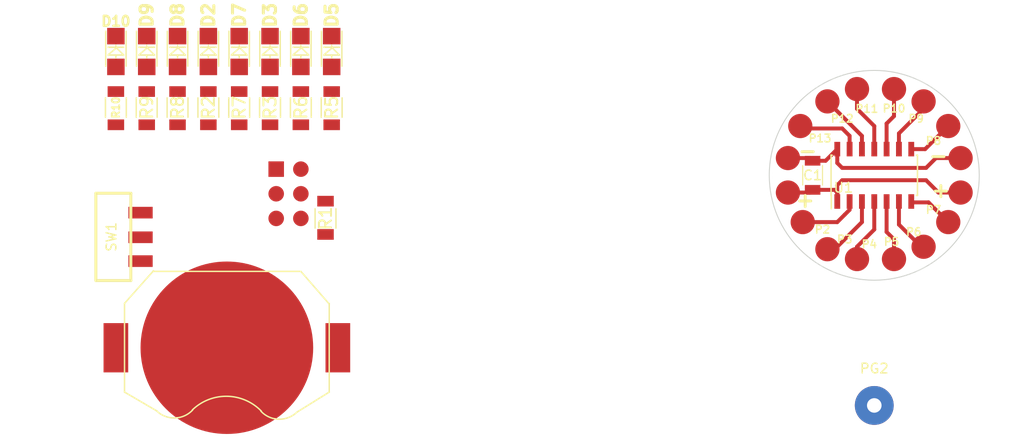
<source format=kicad_pcb>
(kicad_pcb (version 4) (host pcbnew 4.0.6)

  (general
    (links 54)
    (no_connects 36)
    (area 136.454847 76.764847 158.185153 98.495153)
    (thickness 1.6)
    (drawings 15)
    (tracks 55)
    (zones 0)
    (modules 39)
    (nets 26)
  )

  (page USLetter)
  (layers
    (0 F.Cu signal)
    (31 B.Cu signal)
    (34 B.Paste user)
    (35 F.Paste user)
    (36 B.SilkS user)
    (37 F.SilkS user)
    (38 B.Mask user)
    (39 F.Mask user)
    (40 Dwgs.User user)
    (44 Edge.Cuts user)
    (46 B.CrtYd user)
  )

  (setup
    (last_trace_width 0.4064)
    (user_trace_width 0.2032)
    (user_trace_width 0.254)
    (user_trace_width 0.3048)
    (user_trace_width 0.4064)
    (user_trace_width 0.6096)
    (user_trace_width 2.032)
    (trace_clearance 0.1524)
    (zone_clearance 0.35)
    (zone_45_only no)
    (trace_min 0.1524)
    (segment_width 0.4)
    (edge_width 0.1)
    (via_size 0.6858)
    (via_drill 0.3302)
    (via_min_size 0.6858)
    (via_min_drill 0.3302)
    (user_via 1 0.5)
    (uvia_size 0.762)
    (uvia_drill 0.508)
    (uvias_allowed no)
    (uvia_min_size 0.508)
    (uvia_min_drill 0.127)
    (pcb_text_width 0.3)
    (pcb_text_size 1.5 1.5)
    (mod_edge_width 0.15)
    (mod_text_size 1 1)
    (mod_text_width 0.15)
    (pad_size 3 3)
    (pad_drill 0)
    (pad_to_mask_clearance 0)
    (aux_axis_origin 0 0)
    (grid_origin 210.82 95.25)
    (visible_elements 7FFFFFFF)
    (pcbplotparams
      (layerselection 0x010f0_80000000)
      (usegerberextensions true)
      (excludeedgelayer true)
      (linewidth 0.100000)
      (plotframeref false)
      (viasonmask false)
      (mode 1)
      (useauxorigin false)
      (hpglpennumber 1)
      (hpglpenspeed 20)
      (hpglpendiameter 15)
      (hpglpenoverlay 2)
      (psnegative false)
      (psa4output false)
      (plotreference true)
      (plotvalue true)
      (plotinvisibletext false)
      (padsonsilk false)
      (subtractmaskfromsilk false)
      (outputformat 1)
      (mirror false)
      (drillshape 0)
      (scaleselection 1)
      (outputdirectory gerbers/))
  )

  (net 0 "")
  (net 1 GND)
  (net 2 +BATT)
  (net 3 "Net-(BT1-Pad1)")
  (net 4 /RESET)
  (net 5 "Net-(D8-Pad2)")
  (net 6 "Net-(D5-Pad2)")
  (net 7 "Net-(D6-Pad2)")
  (net 8 "Net-(SW1-Pad2)")
  (net 9 "Net-(D7-Pad2)")
  (net 10 "Net-(D2-Pad2)")
  (net 11 "Net-(CON1-Pad2)")
  (net 12 "Net-(D3-Pad2)")
  (net 13 "Net-(D9-Pad2)")
  (net 14 "Net-(D10-Pad2)")
  (net 15 /D2)
  (net 16 /D3)
  (net 17 /D7)
  (net 18 /D8)
  (net 19 /D9)
  (net 20 /D10)
  (net 21 /D0)
  (net 22 /D1)
  (net 23 /D5-MISO)
  (net 24 /D6-SCK)
  (net 25 /D4-MOSI)

  (net_class Default "This is the default net class."
    (clearance 0.1524)
    (trace_width 0.1524)
    (via_dia 0.6858)
    (via_drill 0.3302)
    (uvia_dia 0.762)
    (uvia_drill 0.508)
    (add_net +BATT)
    (add_net /D0)
    (add_net /D1)
    (add_net /D10)
    (add_net /D2)
    (add_net /D3)
    (add_net /D4-MOSI)
    (add_net /D5-MISO)
    (add_net /D6-SCK)
    (add_net /D7)
    (add_net /D8)
    (add_net /D9)
    (add_net /RESET)
    (add_net GND)
    (add_net "Net-(BT1-Pad1)")
    (add_net "Net-(CON1-Pad2)")
    (add_net "Net-(D10-Pad2)")
    (add_net "Net-(D2-Pad2)")
    (add_net "Net-(D3-Pad2)")
    (add_net "Net-(D5-Pad2)")
    (add_net "Net-(D6-Pad2)")
    (add_net "Net-(D7-Pad2)")
    (add_net "Net-(D8-Pad2)")
    (add_net "Net-(D9-Pad2)")
    (add_net "Net-(SW1-Pad2)")
  )

  (module footprints:BATT_CR2032_SMD (layer F.Cu) (tedit 56CFB5D2) (tstamp 5C62159D)
    (at 80.645 105.41)
    (tags battery)
    (path /56CFA61E)
    (fp_text reference BT1 (at 0 5.08) (layer F.SilkS) hide
      (effects (font (size 1.72974 1.08712) (thickness 0.27178)))
    )
    (fp_text value Battery (at 0 -2.54) (layer F.SilkS) hide
      (effects (font (size 1.524 1.016) (thickness 0.254)))
    )
    (fp_line (start -7.1755 6.5405) (end -10.541 4.572) (layer F.SilkS) (width 0.15))
    (fp_line (start 7.1755 6.6675) (end 10.541 4.572) (layer F.SilkS) (width 0.15))
    (fp_arc (start -5.4229 4.6355) (end -3.5179 6.4135) (angle 90) (layer F.SilkS) (width 0.15))
    (fp_arc (start 5.4102 4.7625) (end 7.1882 6.6675) (angle 90) (layer F.SilkS) (width 0.15))
    (fp_arc (start -0.0635 10.033) (end -3.556 6.4135) (angle 90) (layer F.SilkS) (width 0.15))
    (fp_line (start 7.62 -7.874) (end 10.541 -4.5085) (layer F.SilkS) (width 0.15))
    (fp_line (start -10.541 -4.572) (end -7.5565 -7.9375) (layer F.SilkS) (width 0.15))
    (fp_line (start -7.62 -7.874) (end 7.62 -7.874) (layer F.SilkS) (width 0.15))
    (fp_line (start -10.541 4.572) (end -10.541 -4.572) (layer F.SilkS) (width 0.15))
    (fp_line (start 10.541 4.572) (end 10.541 -4.572) (layer F.SilkS) (width 0.15))
    (fp_circle (center 0 0) (end -10.16 0) (layer Dwgs.User) (width 0.15))
    (pad 2 smd circle (at 0 0) (size 17.78 17.78) (layers F.Cu F.Paste F.Mask)
      (net 1 GND))
    (pad 1 smd rect (at -11.43 0) (size 2.54 5.08) (layers F.Cu F.Paste F.Mask)
      (net 3 "Net-(BT1-Pad1)"))
    (pad 1 smd rect (at 11.43 0) (size 2.54 5.08) (layers F.Cu F.Paste F.Mask)
      (net 3 "Net-(BT1-Pad1)"))
  )

  (module footprints:SOIC-14_3.9x8.7mm_Pitch1.27mm (layer F.Cu) (tedit 5C8AB85A) (tstamp 5C62106F)
    (at 147.32 87.63 90)
    (descr "14-Lead Plastic Small Outline (SL) - Narrow, 3.90 mm Body [SOIC] (see Microchip Packaging Specification 00000049BS.pdf)")
    (tags "SOIC 1.27")
    (path /5B62CA43)
    (attr smd)
    (fp_text reference U1 (at -1.27 -3.175 360) (layer F.SilkS)
      (effects (font (size 1 1) (thickness 0.15)))
    )
    (fp_text value ATTINY84A-SSU (at 0 5.375 90) (layer F.Fab)
      (effects (font (size 1 1) (thickness 0.15)))
    )
    (fp_text user %R (at 0 0 90) (layer F.Fab)
      (effects (font (size 0.9 0.9) (thickness 0.135)))
    )
    (fp_line (start -0.95 -4.35) (end 1.95 -4.35) (layer F.Fab) (width 0.15))
    (fp_line (start 1.95 -4.35) (end 1.95 4.35) (layer F.Fab) (width 0.15))
    (fp_line (start 1.95 4.35) (end -1.95 4.35) (layer F.Fab) (width 0.15))
    (fp_line (start -1.95 4.35) (end -1.95 -3.35) (layer F.Fab) (width 0.15))
    (fp_line (start -1.95 -3.35) (end -0.95 -4.35) (layer F.Fab) (width 0.15))
    (fp_line (start -3.7 -4.65) (end -3.7 4.65) (layer F.CrtYd) (width 0.05))
    (fp_line (start 3.7 -4.65) (end 3.7 4.65) (layer F.CrtYd) (width 0.05))
    (fp_line (start -3.7 -4.65) (end 3.7 -4.65) (layer F.CrtYd) (width 0.05))
    (fp_line (start -3.7 4.65) (end 3.7 4.65) (layer F.CrtYd) (width 0.05))
    (fp_line (start -2.075 -4.45) (end -2.075 -4.425) (layer F.SilkS) (width 0.15))
    (fp_line (start 2.075 -4.45) (end 2.075 -4.335) (layer F.SilkS) (width 0.15))
    (fp_line (start 2.075 4.45) (end 2.075 4.335) (layer F.SilkS) (width 0.15))
    (fp_line (start -2.075 4.45) (end -2.075 4.335) (layer F.SilkS) (width 0.15))
    (fp_line (start -2.075 -4.45) (end 2.075 -4.45) (layer F.SilkS) (width 0.15))
    (fp_line (start -2.075 4.45) (end 2.075 4.45) (layer F.SilkS) (width 0.15))
    (fp_line (start -2.075 -4.425) (end -3.45 -4.425) (layer F.SilkS) (width 0.15))
    (pad 1 smd rect (at -2.7 -3.81 90) (size 1.5 0.6) (layers F.Cu F.Paste F.Mask)
      (net 2 +BATT))
    (pad 2 smd rect (at -2.7 -2.54 90) (size 1.5 0.6) (layers F.Cu F.Paste F.Mask)
      (net 21 /D0))
    (pad 3 smd rect (at -2.7 -1.27 90) (size 1.5 0.6) (layers F.Cu F.Paste F.Mask)
      (net 22 /D1))
    (pad 4 smd rect (at -2.7 0 90) (size 1.5 0.6) (layers F.Cu F.Paste F.Mask)
      (net 4 /RESET))
    (pad 5 smd rect (at -2.7 1.27 90) (size 1.5 0.6) (layers F.Cu F.Paste F.Mask)
      (net 15 /D2))
    (pad 6 smd rect (at -2.7 2.54 90) (size 1.5 0.6) (layers F.Cu F.Paste F.Mask)
      (net 16 /D3))
    (pad 7 smd rect (at -2.7 3.81 90) (size 1.5 0.6) (layers F.Cu F.Paste F.Mask)
      (net 25 /D4-MOSI))
    (pad 8 smd rect (at 2.7 3.81 90) (size 1.5 0.6) (layers F.Cu F.Paste F.Mask)
      (net 23 /D5-MISO))
    (pad 9 smd rect (at 2.7 2.54 90) (size 1.5 0.6) (layers F.Cu F.Paste F.Mask)
      (net 24 /D6-SCK))
    (pad 10 smd rect (at 2.7 1.27 90) (size 1.5 0.6) (layers F.Cu F.Paste F.Mask)
      (net 17 /D7))
    (pad 11 smd rect (at 2.7 0 90) (size 1.5 0.6) (layers F.Cu F.Paste F.Mask)
      (net 18 /D8))
    (pad 12 smd rect (at 2.7 -1.27 90) (size 1.5 0.6) (layers F.Cu F.Paste F.Mask)
      (net 19 /D9))
    (pad 13 smd rect (at 2.7 -2.54 90) (size 1.5 0.6) (layers F.Cu F.Paste F.Mask)
      (net 20 /D10))
    (pad 14 smd rect (at 2.7 -3.81 90) (size 1.5 0.6) (layers F.Cu F.Paste F.Mask)
      (net 1 GND))
    (model ${KISYS3DMOD}/Housings_SOIC.3dshapes/SOIC-14_3.9x8.7mm_Pitch1.27mm.wrl
      (at (xyz 0 0 0))
      (scale (xyz 1 1 1))
      (rotate (xyz 0 0 0))
    )
  )

  (module footprints:SPST_SMD (layer F.Cu) (tedit 5B62771E) (tstamp 5C62182D)
    (at 71.755 93.98 270)
    (descr "Through hole pin header")
    (tags "pin header")
    (path /5A827680)
    (fp_text reference SW1 (at 0 3 270) (layer F.SilkS)
      (effects (font (size 1 1) (thickness 0.15)))
    )
    (fp_text value SW_SPDT (at 0.1 0 270) (layer F.Fab)
      (effects (font (size 1 1) (thickness 0.15)))
    )
    (fp_line (start -4.5 4.6) (end 4.5 4.6) (layer F.SilkS) (width 0.3048))
    (fp_line (start 4.5 1) (end 4.5 4.6) (layer F.SilkS) (width 0.3048))
    (fp_line (start -4.5 1) (end -4.5 4.6) (layer F.SilkS) (width 0.3048))
    (fp_line (start -4.5 1) (end 4.5 1) (layer F.SilkS) (width 0.3048))
    (fp_text user JS102011SAQN (at 0 1.7 270) (layer F.Fab)
      (effects (font (size 0.8 0.8) (thickness 0.1)))
    )
    (fp_line (start -1.75 14.45) (end 4.3 14.45) (layer F.CrtYd) (width 0.05))
    (pad "" np_thru_hole circle (at 3.4 2.75 270) (size 0.9 0.9) (drill 0.9) (layers *.Cu *.Mask))
    (pad 3 smd rect (at -2.5 0 270) (size 1.2 2.5) (layers F.Cu F.Paste F.Mask)
      (net 2 +BATT))
    (pad 1 smd rect (at 0.04 0 270) (size 1.2 2.5) (layers F.Cu F.Paste F.Mask)
      (net 3 "Net-(BT1-Pad1)"))
    (pad 2 smd rect (at 2.5 0 270) (size 1.2 2.5) (layers F.Cu F.Paste F.Mask)
      (net 8 "Net-(SW1-Pad2)"))
    (pad "" np_thru_hole circle (at -3.4 2.75 270) (size 0.9 0.9) (drill 0.9) (layers *.Cu *.Mask))
    (model Pin_Headers.3dshapes/Pin_Header_Straight_2x06.wrl
      (at (xyz 0.05 -0.25 0))
      (scale (xyz 1 1 1))
      (rotate (xyz 0 0 90))
    )
  )

  (module footprints:LED-1206 (layer F.Cu) (tedit 5C8ABABE) (tstamp 5C63308C)
    (at 78.74 74.93 270)
    (descr "LED 1206 smd package")
    (tags "LED1206 SMD")
    (path /5B613BD5)
    (attr smd)
    (fp_text reference D2 (at -3.81 0 270) (layer F.SilkS)
      (effects (font (size 1.25 1.25) (thickness 0.3125)))
    )
    (fp_text value LED (at 0 2 270) (layer F.Fab)
      (effects (font (size 1 1) (thickness 0.15)))
    )
    (fp_line (start -0.5 0.7) (end -0.5 0.8) (layer F.SilkS) (width 0.15))
    (fp_line (start -0.5 -0.7) (end -0.5 -0.8) (layer F.SilkS) (width 0.15))
    (fp_line (start 0.3 0) (end 0.6 0) (layer F.SilkS) (width 0.15))
    (fp_line (start 0.3 0.8) (end 0.3 -0.7) (layer F.SilkS) (width 0.15))
    (fp_line (start 0.3 -0.7) (end 0.3 -0.8) (layer F.SilkS) (width 0.15))
    (fp_line (start 0.2 0.7) (end 0.3 0.8) (layer F.SilkS) (width 0.15))
    (fp_line (start 0.2 -0.7) (end 0.3 -0.8) (layer F.SilkS) (width 0.15))
    (fp_line (start -0.7 0) (end -0.5 0) (layer F.SilkS) (width 0.15))
    (fp_line (start -0.5 0.5) (end -0.5 0.7) (layer F.SilkS) (width 0.15))
    (fp_line (start -0.5 -0.5) (end -0.5 -0.7) (layer F.SilkS) (width 0.15))
    (fp_line (start -0.4 0) (end 0.2 0.7) (layer F.SilkS) (width 0.15))
    (fp_line (start 0.2 -0.7) (end -0.4 -0.1) (layer F.SilkS) (width 0.15))
    (fp_line (start -2.15 1.05) (end 1.45 1.05) (layer F.SilkS) (width 0.15))
    (fp_line (start -2.15 -1.05) (end 1.45 -1.05) (layer F.SilkS) (width 0.15))
    (fp_line (start -0.5 -0.5) (end -0.5 0.5) (layer F.SilkS) (width 0.15))
    (fp_line (start 2.5 -1.25) (end -2.5 -1.25) (layer F.CrtYd) (width 0.05))
    (fp_line (start -2.5 -1.25) (end -2.5 1.25) (layer F.CrtYd) (width 0.05))
    (fp_line (start -2.5 1.25) (end 2.5 1.25) (layer F.CrtYd) (width 0.05))
    (fp_line (start 2.5 1.25) (end 2.5 -1.25) (layer F.CrtYd) (width 0.05))
    (pad 2 smd rect (at 1.524 0 90) (size 1.7 1.80086) (layers F.Cu F.Paste F.Mask)
      (net 10 "Net-(D2-Pad2)"))
    (pad 1 smd rect (at -1.651 0 90) (size 1.7 1.80086) (layers F.Cu F.Paste F.Mask)
      (net 1 GND))
    (model LEDs.3dshapes/LED_1206.wrl
      (at (xyz 0 0 0))
      (scale (xyz 1 1 1))
      (rotate (xyz 0 0 0))
    )
  )

  (module footprints:LED-1206 (layer F.Cu) (tedit 5C8ABAC9) (tstamp 5C633079)
    (at 85.09 74.93 270)
    (descr "LED 1206 smd package")
    (tags "LED1206 SMD")
    (path /5B613B61)
    (attr smd)
    (fp_text reference D3 (at -3.81 0 270) (layer F.SilkS)
      (effects (font (size 1.25 1.25) (thickness 0.3125)))
    )
    (fp_text value LED (at 0 2 270) (layer F.Fab)
      (effects (font (size 1 1) (thickness 0.15)))
    )
    (fp_line (start -0.5 0.7) (end -0.5 0.8) (layer F.SilkS) (width 0.15))
    (fp_line (start -0.5 -0.7) (end -0.5 -0.8) (layer F.SilkS) (width 0.15))
    (fp_line (start 0.3 0) (end 0.6 0) (layer F.SilkS) (width 0.15))
    (fp_line (start 0.3 0.8) (end 0.3 -0.7) (layer F.SilkS) (width 0.15))
    (fp_line (start 0.3 -0.7) (end 0.3 -0.8) (layer F.SilkS) (width 0.15))
    (fp_line (start 0.2 0.7) (end 0.3 0.8) (layer F.SilkS) (width 0.15))
    (fp_line (start 0.2 -0.7) (end 0.3 -0.8) (layer F.SilkS) (width 0.15))
    (fp_line (start -0.7 0) (end -0.5 0) (layer F.SilkS) (width 0.15))
    (fp_line (start -0.5 0.5) (end -0.5 0.7) (layer F.SilkS) (width 0.15))
    (fp_line (start -0.5 -0.5) (end -0.5 -0.7) (layer F.SilkS) (width 0.15))
    (fp_line (start -0.4 0) (end 0.2 0.7) (layer F.SilkS) (width 0.15))
    (fp_line (start 0.2 -0.7) (end -0.4 -0.1) (layer F.SilkS) (width 0.15))
    (fp_line (start -2.15 1.05) (end 1.45 1.05) (layer F.SilkS) (width 0.15))
    (fp_line (start -2.15 -1.05) (end 1.45 -1.05) (layer F.SilkS) (width 0.15))
    (fp_line (start -0.5 -0.5) (end -0.5 0.5) (layer F.SilkS) (width 0.15))
    (fp_line (start 2.5 -1.25) (end -2.5 -1.25) (layer F.CrtYd) (width 0.05))
    (fp_line (start -2.5 -1.25) (end -2.5 1.25) (layer F.CrtYd) (width 0.05))
    (fp_line (start -2.5 1.25) (end 2.5 1.25) (layer F.CrtYd) (width 0.05))
    (fp_line (start 2.5 1.25) (end 2.5 -1.25) (layer F.CrtYd) (width 0.05))
    (pad 2 smd rect (at 1.524 0 90) (size 1.7 1.80086) (layers F.Cu F.Paste F.Mask)
      (net 12 "Net-(D3-Pad2)"))
    (pad 1 smd rect (at -1.651 0 90) (size 1.7 1.80086) (layers F.Cu F.Paste F.Mask)
      (net 1 GND))
    (model LEDs.3dshapes/LED_1206.wrl
      (at (xyz 0 0 0))
      (scale (xyz 1 1 1))
      (rotate (xyz 0 0 0))
    )
  )

  (module footprints:LED-1206 (layer F.Cu) (tedit 5C8ABAD7) (tstamp 5C633066)
    (at 91.44 74.93 270)
    (descr "LED 1206 smd package")
    (tags "LED1206 SMD")
    (path /5B6126D8)
    (attr smd)
    (fp_text reference D5 (at -3.81 0 270) (layer F.SilkS)
      (effects (font (size 1.25 1.25) (thickness 0.3125)))
    )
    (fp_text value LED (at 0 2 270) (layer F.Fab)
      (effects (font (size 1 1) (thickness 0.15)))
    )
    (fp_line (start -0.5 0.7) (end -0.5 0.8) (layer F.SilkS) (width 0.15))
    (fp_line (start -0.5 -0.7) (end -0.5 -0.8) (layer F.SilkS) (width 0.15))
    (fp_line (start 0.3 0) (end 0.6 0) (layer F.SilkS) (width 0.15))
    (fp_line (start 0.3 0.8) (end 0.3 -0.7) (layer F.SilkS) (width 0.15))
    (fp_line (start 0.3 -0.7) (end 0.3 -0.8) (layer F.SilkS) (width 0.15))
    (fp_line (start 0.2 0.7) (end 0.3 0.8) (layer F.SilkS) (width 0.15))
    (fp_line (start 0.2 -0.7) (end 0.3 -0.8) (layer F.SilkS) (width 0.15))
    (fp_line (start -0.7 0) (end -0.5 0) (layer F.SilkS) (width 0.15))
    (fp_line (start -0.5 0.5) (end -0.5 0.7) (layer F.SilkS) (width 0.15))
    (fp_line (start -0.5 -0.5) (end -0.5 -0.7) (layer F.SilkS) (width 0.15))
    (fp_line (start -0.4 0) (end 0.2 0.7) (layer F.SilkS) (width 0.15))
    (fp_line (start 0.2 -0.7) (end -0.4 -0.1) (layer F.SilkS) (width 0.15))
    (fp_line (start -2.15 1.05) (end 1.45 1.05) (layer F.SilkS) (width 0.15))
    (fp_line (start -2.15 -1.05) (end 1.45 -1.05) (layer F.SilkS) (width 0.15))
    (fp_line (start -0.5 -0.5) (end -0.5 0.5) (layer F.SilkS) (width 0.15))
    (fp_line (start 2.5 -1.25) (end -2.5 -1.25) (layer F.CrtYd) (width 0.05))
    (fp_line (start -2.5 -1.25) (end -2.5 1.25) (layer F.CrtYd) (width 0.05))
    (fp_line (start -2.5 1.25) (end 2.5 1.25) (layer F.CrtYd) (width 0.05))
    (fp_line (start 2.5 1.25) (end 2.5 -1.25) (layer F.CrtYd) (width 0.05))
    (pad 2 smd rect (at 1.524 0 90) (size 1.7 1.80086) (layers F.Cu F.Paste F.Mask)
      (net 6 "Net-(D5-Pad2)"))
    (pad 1 smd rect (at -1.651 0 90) (size 1.7 1.80086) (layers F.Cu F.Paste F.Mask)
      (net 1 GND))
    (model LEDs.3dshapes/LED_1206.wrl
      (at (xyz 0 0 0))
      (scale (xyz 1 1 1))
      (rotate (xyz 0 0 0))
    )
  )

  (module footprints:LED-1206 (layer F.Cu) (tedit 5C8ABAD0) (tstamp 5C633053)
    (at 88.265 74.93 270)
    (descr "LED 1206 smd package")
    (tags "LED1206 SMD")
    (path /58C49927)
    (attr smd)
    (fp_text reference D6 (at -3.81 0 270) (layer F.SilkS)
      (effects (font (size 1.25 1.25) (thickness 0.3125)))
    )
    (fp_text value LED (at 0 2 270) (layer F.Fab)
      (effects (font (size 1 1) (thickness 0.15)))
    )
    (fp_line (start -0.5 0.7) (end -0.5 0.8) (layer F.SilkS) (width 0.15))
    (fp_line (start -0.5 -0.7) (end -0.5 -0.8) (layer F.SilkS) (width 0.15))
    (fp_line (start 0.3 0) (end 0.6 0) (layer F.SilkS) (width 0.15))
    (fp_line (start 0.3 0.8) (end 0.3 -0.7) (layer F.SilkS) (width 0.15))
    (fp_line (start 0.3 -0.7) (end 0.3 -0.8) (layer F.SilkS) (width 0.15))
    (fp_line (start 0.2 0.7) (end 0.3 0.8) (layer F.SilkS) (width 0.15))
    (fp_line (start 0.2 -0.7) (end 0.3 -0.8) (layer F.SilkS) (width 0.15))
    (fp_line (start -0.7 0) (end -0.5 0) (layer F.SilkS) (width 0.15))
    (fp_line (start -0.5 0.5) (end -0.5 0.7) (layer F.SilkS) (width 0.15))
    (fp_line (start -0.5 -0.5) (end -0.5 -0.7) (layer F.SilkS) (width 0.15))
    (fp_line (start -0.4 0) (end 0.2 0.7) (layer F.SilkS) (width 0.15))
    (fp_line (start 0.2 -0.7) (end -0.4 -0.1) (layer F.SilkS) (width 0.15))
    (fp_line (start -2.15 1.05) (end 1.45 1.05) (layer F.SilkS) (width 0.15))
    (fp_line (start -2.15 -1.05) (end 1.45 -1.05) (layer F.SilkS) (width 0.15))
    (fp_line (start -0.5 -0.5) (end -0.5 0.5) (layer F.SilkS) (width 0.15))
    (fp_line (start 2.5 -1.25) (end -2.5 -1.25) (layer F.CrtYd) (width 0.05))
    (fp_line (start -2.5 -1.25) (end -2.5 1.25) (layer F.CrtYd) (width 0.05))
    (fp_line (start -2.5 1.25) (end 2.5 1.25) (layer F.CrtYd) (width 0.05))
    (fp_line (start 2.5 1.25) (end 2.5 -1.25) (layer F.CrtYd) (width 0.05))
    (pad 2 smd rect (at 1.524 0 90) (size 1.7 1.80086) (layers F.Cu F.Paste F.Mask)
      (net 7 "Net-(D6-Pad2)"))
    (pad 1 smd rect (at -1.651 0 90) (size 1.7 1.80086) (layers F.Cu F.Paste F.Mask)
      (net 1 GND))
    (model LEDs.3dshapes/LED_1206.wrl
      (at (xyz 0 0 0))
      (scale (xyz 1 1 1))
      (rotate (xyz 0 0 0))
    )
  )

  (module footprints:LED-1206 (layer F.Cu) (tedit 5C8ABAC3) (tstamp 5C633040)
    (at 81.915 74.93 270)
    (descr "LED 1206 smd package")
    (tags "LED1206 SMD")
    (path /58D338E3)
    (attr smd)
    (fp_text reference D7 (at -3.81 0 270) (layer F.SilkS)
      (effects (font (size 1.25 1.25) (thickness 0.3125)))
    )
    (fp_text value LED (at 0 2 270) (layer F.Fab)
      (effects (font (size 1 1) (thickness 0.15)))
    )
    (fp_line (start -0.5 0.7) (end -0.5 0.8) (layer F.SilkS) (width 0.15))
    (fp_line (start -0.5 -0.7) (end -0.5 -0.8) (layer F.SilkS) (width 0.15))
    (fp_line (start 0.3 0) (end 0.6 0) (layer F.SilkS) (width 0.15))
    (fp_line (start 0.3 0.8) (end 0.3 -0.7) (layer F.SilkS) (width 0.15))
    (fp_line (start 0.3 -0.7) (end 0.3 -0.8) (layer F.SilkS) (width 0.15))
    (fp_line (start 0.2 0.7) (end 0.3 0.8) (layer F.SilkS) (width 0.15))
    (fp_line (start 0.2 -0.7) (end 0.3 -0.8) (layer F.SilkS) (width 0.15))
    (fp_line (start -0.7 0) (end -0.5 0) (layer F.SilkS) (width 0.15))
    (fp_line (start -0.5 0.5) (end -0.5 0.7) (layer F.SilkS) (width 0.15))
    (fp_line (start -0.5 -0.5) (end -0.5 -0.7) (layer F.SilkS) (width 0.15))
    (fp_line (start -0.4 0) (end 0.2 0.7) (layer F.SilkS) (width 0.15))
    (fp_line (start 0.2 -0.7) (end -0.4 -0.1) (layer F.SilkS) (width 0.15))
    (fp_line (start -2.15 1.05) (end 1.45 1.05) (layer F.SilkS) (width 0.15))
    (fp_line (start -2.15 -1.05) (end 1.45 -1.05) (layer F.SilkS) (width 0.15))
    (fp_line (start -0.5 -0.5) (end -0.5 0.5) (layer F.SilkS) (width 0.15))
    (fp_line (start 2.5 -1.25) (end -2.5 -1.25) (layer F.CrtYd) (width 0.05))
    (fp_line (start -2.5 -1.25) (end -2.5 1.25) (layer F.CrtYd) (width 0.05))
    (fp_line (start -2.5 1.25) (end 2.5 1.25) (layer F.CrtYd) (width 0.05))
    (fp_line (start 2.5 1.25) (end 2.5 -1.25) (layer F.CrtYd) (width 0.05))
    (pad 2 smd rect (at 1.524 0 90) (size 1.7 1.80086) (layers F.Cu F.Paste F.Mask)
      (net 9 "Net-(D7-Pad2)"))
    (pad 1 smd rect (at -1.651 0 90) (size 1.7 1.80086) (layers F.Cu F.Paste F.Mask)
      (net 1 GND))
    (model LEDs.3dshapes/LED_1206.wrl
      (at (xyz 0 0 0))
      (scale (xyz 1 1 1))
      (rotate (xyz 0 0 0))
    )
  )

  (module footprints:LED-1206 (layer F.Cu) (tedit 5C8ABCE1) (tstamp 5C632F36)
    (at 69.215 74.93 270)
    (descr "LED 1206 smd package")
    (tags "LED1206 SMD")
    (path /58DDCAFF)
    (attr smd)
    (fp_text reference D10 (at -3.175 0 540) (layer F.SilkS)
      (effects (font (size 1.016 1.016) (thickness 0.254)))
    )
    (fp_text value LED (at 0 2 270) (layer F.Fab)
      (effects (font (size 1 1) (thickness 0.15)))
    )
    (fp_line (start -0.5 0.7) (end -0.5 0.8) (layer F.SilkS) (width 0.15))
    (fp_line (start -0.5 -0.7) (end -0.5 -0.8) (layer F.SilkS) (width 0.15))
    (fp_line (start 0.3 0) (end 0.6 0) (layer F.SilkS) (width 0.15))
    (fp_line (start 0.3 0.8) (end 0.3 -0.7) (layer F.SilkS) (width 0.15))
    (fp_line (start 0.3 -0.7) (end 0.3 -0.8) (layer F.SilkS) (width 0.15))
    (fp_line (start 0.2 0.7) (end 0.3 0.8) (layer F.SilkS) (width 0.15))
    (fp_line (start 0.2 -0.7) (end 0.3 -0.8) (layer F.SilkS) (width 0.15))
    (fp_line (start -0.7 0) (end -0.5 0) (layer F.SilkS) (width 0.15))
    (fp_line (start -0.5 0.5) (end -0.5 0.7) (layer F.SilkS) (width 0.15))
    (fp_line (start -0.5 -0.5) (end -0.5 -0.7) (layer F.SilkS) (width 0.15))
    (fp_line (start -0.4 0) (end 0.2 0.7) (layer F.SilkS) (width 0.15))
    (fp_line (start 0.2 -0.7) (end -0.4 -0.1) (layer F.SilkS) (width 0.15))
    (fp_line (start -2.15 1.05) (end 1.45 1.05) (layer F.SilkS) (width 0.15))
    (fp_line (start -2.15 -1.05) (end 1.45 -1.05) (layer F.SilkS) (width 0.15))
    (fp_line (start -0.5 -0.5) (end -0.5 0.5) (layer F.SilkS) (width 0.15))
    (fp_line (start 2.5 -1.25) (end -2.5 -1.25) (layer F.CrtYd) (width 0.05))
    (fp_line (start -2.5 -1.25) (end -2.5 1.25) (layer F.CrtYd) (width 0.05))
    (fp_line (start -2.5 1.25) (end 2.5 1.25) (layer F.CrtYd) (width 0.05))
    (fp_line (start 2.5 1.25) (end 2.5 -1.25) (layer F.CrtYd) (width 0.05))
    (pad 2 smd rect (at 1.524 0 90) (size 1.7 1.80086) (layers F.Cu F.Paste F.Mask)
      (net 14 "Net-(D10-Pad2)"))
    (pad 1 smd rect (at -1.651 0 90) (size 1.7 1.80086) (layers F.Cu F.Paste F.Mask)
      (net 1 GND))
    (model LEDs.3dshapes/LED_1206.wrl
      (at (xyz 0 0 0))
      (scale (xyz 1 1 1))
      (rotate (xyz 0 0 0))
    )
  )

  (module footprints:LED-1206 (layer F.Cu) (tedit 5C8ABAAD) (tstamp 5C632F23)
    (at 72.39 74.93 270)
    (descr "LED 1206 smd package")
    (tags "LED1206 SMD")
    (path /58D34030)
    (attr smd)
    (fp_text reference D9 (at -3.81 0 270) (layer F.SilkS)
      (effects (font (size 1.25 1.25) (thickness 0.3125)))
    )
    (fp_text value LED (at 0 2 270) (layer F.Fab)
      (effects (font (size 1 1) (thickness 0.15)))
    )
    (fp_line (start -0.5 0.7) (end -0.5 0.8) (layer F.SilkS) (width 0.15))
    (fp_line (start -0.5 -0.7) (end -0.5 -0.8) (layer F.SilkS) (width 0.15))
    (fp_line (start 0.3 0) (end 0.6 0) (layer F.SilkS) (width 0.15))
    (fp_line (start 0.3 0.8) (end 0.3 -0.7) (layer F.SilkS) (width 0.15))
    (fp_line (start 0.3 -0.7) (end 0.3 -0.8) (layer F.SilkS) (width 0.15))
    (fp_line (start 0.2 0.7) (end 0.3 0.8) (layer F.SilkS) (width 0.15))
    (fp_line (start 0.2 -0.7) (end 0.3 -0.8) (layer F.SilkS) (width 0.15))
    (fp_line (start -0.7 0) (end -0.5 0) (layer F.SilkS) (width 0.15))
    (fp_line (start -0.5 0.5) (end -0.5 0.7) (layer F.SilkS) (width 0.15))
    (fp_line (start -0.5 -0.5) (end -0.5 -0.7) (layer F.SilkS) (width 0.15))
    (fp_line (start -0.4 0) (end 0.2 0.7) (layer F.SilkS) (width 0.15))
    (fp_line (start 0.2 -0.7) (end -0.4 -0.1) (layer F.SilkS) (width 0.15))
    (fp_line (start -2.15 1.05) (end 1.45 1.05) (layer F.SilkS) (width 0.15))
    (fp_line (start -2.15 -1.05) (end 1.45 -1.05) (layer F.SilkS) (width 0.15))
    (fp_line (start -0.5 -0.5) (end -0.5 0.5) (layer F.SilkS) (width 0.15))
    (fp_line (start 2.5 -1.25) (end -2.5 -1.25) (layer F.CrtYd) (width 0.05))
    (fp_line (start -2.5 -1.25) (end -2.5 1.25) (layer F.CrtYd) (width 0.05))
    (fp_line (start -2.5 1.25) (end 2.5 1.25) (layer F.CrtYd) (width 0.05))
    (fp_line (start 2.5 1.25) (end 2.5 -1.25) (layer F.CrtYd) (width 0.05))
    (pad 2 smd rect (at 1.524 0 90) (size 1.7 1.80086) (layers F.Cu F.Paste F.Mask)
      (net 13 "Net-(D9-Pad2)"))
    (pad 1 smd rect (at -1.651 0 90) (size 1.7 1.80086) (layers F.Cu F.Paste F.Mask)
      (net 1 GND))
    (model LEDs.3dshapes/LED_1206.wrl
      (at (xyz 0 0 0))
      (scale (xyz 1 1 1))
      (rotate (xyz 0 0 0))
    )
  )

  (module footprints:LED-1206 (layer F.Cu) (tedit 5C8ABAB5) (tstamp 5C62103B)
    (at 75.565 74.93 270)
    (descr "LED 1206 smd package")
    (tags "LED1206 SMD")
    (path /58D33940)
    (attr smd)
    (fp_text reference D8 (at -3.81 0 270) (layer F.SilkS)
      (effects (font (size 1.25 1.25) (thickness 0.3125)))
    )
    (fp_text value LED (at 0 2 270) (layer F.Fab)
      (effects (font (size 1 1) (thickness 0.15)))
    )
    (fp_line (start -0.5 0.7) (end -0.5 0.8) (layer F.SilkS) (width 0.15))
    (fp_line (start -0.5 -0.7) (end -0.5 -0.8) (layer F.SilkS) (width 0.15))
    (fp_line (start 0.3 0) (end 0.6 0) (layer F.SilkS) (width 0.15))
    (fp_line (start 0.3 0.8) (end 0.3 -0.7) (layer F.SilkS) (width 0.15))
    (fp_line (start 0.3 -0.7) (end 0.3 -0.8) (layer F.SilkS) (width 0.15))
    (fp_line (start 0.2 0.7) (end 0.3 0.8) (layer F.SilkS) (width 0.15))
    (fp_line (start 0.2 -0.7) (end 0.3 -0.8) (layer F.SilkS) (width 0.15))
    (fp_line (start -0.7 0) (end -0.5 0) (layer F.SilkS) (width 0.15))
    (fp_line (start -0.5 0.5) (end -0.5 0.7) (layer F.SilkS) (width 0.15))
    (fp_line (start -0.5 -0.5) (end -0.5 -0.7) (layer F.SilkS) (width 0.15))
    (fp_line (start -0.4 0) (end 0.2 0.7) (layer F.SilkS) (width 0.15))
    (fp_line (start 0.2 -0.7) (end -0.4 -0.1) (layer F.SilkS) (width 0.15))
    (fp_line (start -2.15 1.05) (end 1.45 1.05) (layer F.SilkS) (width 0.15))
    (fp_line (start -2.15 -1.05) (end 1.45 -1.05) (layer F.SilkS) (width 0.15))
    (fp_line (start -0.5 -0.5) (end -0.5 0.5) (layer F.SilkS) (width 0.15))
    (fp_line (start 2.5 -1.25) (end -2.5 -1.25) (layer F.CrtYd) (width 0.05))
    (fp_line (start -2.5 -1.25) (end -2.5 1.25) (layer F.CrtYd) (width 0.05))
    (fp_line (start -2.5 1.25) (end 2.5 1.25) (layer F.CrtYd) (width 0.05))
    (fp_line (start 2.5 1.25) (end 2.5 -1.25) (layer F.CrtYd) (width 0.05))
    (pad 2 smd rect (at 1.524 0 90) (size 1.7 1.80086) (layers F.Cu F.Paste F.Mask)
      (net 5 "Net-(D8-Pad2)"))
    (pad 1 smd rect (at -1.651 0 90) (size 1.7 1.80086) (layers F.Cu F.Paste F.Mask)
      (net 1 GND))
    (model LEDs.3dshapes/LED_1206.wrl
      (at (xyz 0 0 0))
      (scale (xyz 1 1 1))
      (rotate (xyz 0 0 0))
    )
  )

  (module footprints:AVR-ISP-6 (layer F.Cu) (tedit 5B63C74A) (tstamp 5B612082)
    (at 85.725 86.995)
    (descr "6-lead dip package, row spacing 7.62 mm (300 mils)")
    (tags "dil dip 2.54 300")
    (path /58609061)
    (fp_text reference CON1 (at 0 -2.54) (layer F.SilkS) hide
      (effects (font (size 1 1) (thickness 0.15)))
    )
    (fp_text value AVR-ISP-6 (at 0 -3.72) (layer F.Fab) hide
      (effects (font (size 1 1) (thickness 0.15)))
    )
    (pad 1 smd rect (at 0 0) (size 1.6 1.6) (layers F.Cu F.Paste F.Mask)
      (net 23 /D5-MISO))
    (pad 2 smd circle (at 2.54 0) (size 1.6 1.6) (layers F.Cu F.Paste F.Mask)
      (net 11 "Net-(CON1-Pad2)"))
    (pad 3 smd oval (at 0 2.54) (size 1.6 1.6) (layers F.Cu F.Paste F.Mask)
      (net 24 /D6-SCK))
    (pad 4 smd oval (at 2.54 2.54) (size 1.6 1.6) (layers F.Cu F.Paste F.Mask)
      (net 25 /D4-MOSI))
    (pad 5 smd oval (at 0 5.08) (size 1.6 1.6) (layers F.Cu F.Paste F.Mask)
      (net 4 /RESET))
    (pad 6 smd oval (at 2.54 5.08) (size 1.6 1.6) (layers F.Cu F.Paste F.Mask)
      (net 1 GND))
  )

  (module footprints:R_1206 (layer F.Cu) (tedit 5B765B9A) (tstamp 5C8BB5B8)
    (at 90.805 92.075 270)
    (descr "Resistor SMD 1206, reflow soldering, Vishay (see dcrcw.pdf)")
    (tags "resistor 1206")
    (path /5C8AB345)
    (attr smd)
    (fp_text reference R1 (at 0 0 270) (layer F.SilkS)
      (effects (font (size 1.25 1.25) (thickness 0.2)))
    )
    (fp_text value 0 (at 0 2.3 270) (layer F.Fab)
      (effects (font (size 1 1) (thickness 0.15)))
    )
    (fp_line (start -2.2 -1.2) (end 2.2 -1.2) (layer F.CrtYd) (width 0.05))
    (fp_line (start -2.2 1.2) (end 2.2 1.2) (layer F.CrtYd) (width 0.05))
    (fp_line (start -2.2 -1.2) (end -2.2 1.2) (layer F.CrtYd) (width 0.05))
    (fp_line (start 2.2 -1.2) (end 2.2 1.2) (layer F.CrtYd) (width 0.05))
    (fp_line (start 1 1.075) (end -1 1.075) (layer F.SilkS) (width 0.15))
    (fp_line (start -1 -1.075) (end 1 -1.075) (layer F.SilkS) (width 0.15))
    (pad 1 smd rect (at -1.778 0 270) (size 1.1 1.7) (layers F.Cu F.Paste F.Mask)
      (net 11 "Net-(CON1-Pad2)"))
    (pad 2 smd rect (at 1.651 0 270) (size 1.1 1.7) (layers F.Cu F.Paste F.Mask)
      (net 2 +BATT))
    (model Resistors_SMD.3dshapes/R_1206.wrl
      (at (xyz 0 0 0))
      (scale (xyz 1 1 1))
      (rotate (xyz 0 0 0))
    )
  )

  (module footprints:R_1206 (layer F.Cu) (tedit 5B765B9A) (tstamp 5C633007)
    (at 78.74 80.645 90)
    (descr "Resistor SMD 1206, reflow soldering, Vishay (see dcrcw.pdf)")
    (tags "resistor 1206")
    (path /5B613D54)
    (attr smd)
    (fp_text reference R2 (at 0 0 90) (layer F.SilkS)
      (effects (font (size 1.25 1.25) (thickness 0.2)))
    )
    (fp_text value 100 (at 0 2.3 90) (layer F.Fab)
      (effects (font (size 1 1) (thickness 0.15)))
    )
    (fp_line (start -2.2 -1.2) (end 2.2 -1.2) (layer F.CrtYd) (width 0.05))
    (fp_line (start -2.2 1.2) (end 2.2 1.2) (layer F.CrtYd) (width 0.05))
    (fp_line (start -2.2 -1.2) (end -2.2 1.2) (layer F.CrtYd) (width 0.05))
    (fp_line (start 2.2 -1.2) (end 2.2 1.2) (layer F.CrtYd) (width 0.05))
    (fp_line (start 1 1.075) (end -1 1.075) (layer F.SilkS) (width 0.15))
    (fp_line (start -1 -1.075) (end 1 -1.075) (layer F.SilkS) (width 0.15))
    (pad 1 smd rect (at -1.778 0 90) (size 1.1 1.7) (layers F.Cu F.Paste F.Mask)
      (net 15 /D2))
    (pad 2 smd rect (at 1.651 0 90) (size 1.1 1.7) (layers F.Cu F.Paste F.Mask)
      (net 10 "Net-(D2-Pad2)"))
    (model Resistors_SMD.3dshapes/R_1206.wrl
      (at (xyz 0 0 0))
      (scale (xyz 1 1 1))
      (rotate (xyz 0 0 0))
    )
  )

  (module footprints:R_1206 (layer F.Cu) (tedit 5B765B9A) (tstamp 5C632F95)
    (at 88.265 80.645 90)
    (descr "Resistor SMD 1206, reflow soldering, Vishay (see dcrcw.pdf)")
    (tags "resistor 1206")
    (path /56CEB2B5)
    (attr smd)
    (fp_text reference R6 (at 0 0 90) (layer F.SilkS)
      (effects (font (size 1.25 1.25) (thickness 0.2)))
    )
    (fp_text value 100 (at 0 2.3 90) (layer F.Fab)
      (effects (font (size 1 1) (thickness 0.15)))
    )
    (fp_line (start -2.2 -1.2) (end 2.2 -1.2) (layer F.CrtYd) (width 0.05))
    (fp_line (start -2.2 1.2) (end 2.2 1.2) (layer F.CrtYd) (width 0.05))
    (fp_line (start -2.2 -1.2) (end -2.2 1.2) (layer F.CrtYd) (width 0.05))
    (fp_line (start 2.2 -1.2) (end 2.2 1.2) (layer F.CrtYd) (width 0.05))
    (fp_line (start 1 1.075) (end -1 1.075) (layer F.SilkS) (width 0.15))
    (fp_line (start -1 -1.075) (end 1 -1.075) (layer F.SilkS) (width 0.15))
    (pad 1 smd rect (at -1.778 0 90) (size 1.1 1.7) (layers F.Cu F.Paste F.Mask)
      (net 24 /D6-SCK))
    (pad 2 smd rect (at 1.651 0 90) (size 1.1 1.7) (layers F.Cu F.Paste F.Mask)
      (net 7 "Net-(D6-Pad2)"))
    (model Resistors_SMD.3dshapes/R_1206.wrl
      (at (xyz 0 0 0))
      (scale (xyz 1 1 1))
      (rotate (xyz 0 0 0))
    )
  )

  (module footprints:R_1206 (layer F.Cu) (tedit 5B765B9A) (tstamp 5C632F6F)
    (at 81.915 80.645 90)
    (descr "Resistor SMD 1206, reflow soldering, Vishay (see dcrcw.pdf)")
    (tags "resistor 1206")
    (path /58D3397B)
    (attr smd)
    (fp_text reference R7 (at 0 0 90) (layer F.SilkS)
      (effects (font (size 1.25 1.25) (thickness 0.2)))
    )
    (fp_text value 100 (at 0 2.3 90) (layer F.Fab)
      (effects (font (size 1 1) (thickness 0.15)))
    )
    (fp_line (start -2.2 -1.2) (end 2.2 -1.2) (layer F.CrtYd) (width 0.05))
    (fp_line (start -2.2 1.2) (end 2.2 1.2) (layer F.CrtYd) (width 0.05))
    (fp_line (start -2.2 -1.2) (end -2.2 1.2) (layer F.CrtYd) (width 0.05))
    (fp_line (start 2.2 -1.2) (end 2.2 1.2) (layer F.CrtYd) (width 0.05))
    (fp_line (start 1 1.075) (end -1 1.075) (layer F.SilkS) (width 0.15))
    (fp_line (start -1 -1.075) (end 1 -1.075) (layer F.SilkS) (width 0.15))
    (pad 1 smd rect (at -1.778 0 90) (size 1.1 1.7) (layers F.Cu F.Paste F.Mask)
      (net 17 /D7))
    (pad 2 smd rect (at 1.651 0 90) (size 1.1 1.7) (layers F.Cu F.Paste F.Mask)
      (net 9 "Net-(D7-Pad2)"))
    (model Resistors_SMD.3dshapes/R_1206.wrl
      (at (xyz 0 0 0))
      (scale (xyz 1 1 1))
      (rotate (xyz 0 0 0))
    )
  )

  (module footprints:R_1206 (layer F.Cu) (tedit 5C8ABCB3) (tstamp 5C621364)
    (at 69.215 80.645 90)
    (descr "Resistor SMD 1206, reflow soldering, Vishay (see dcrcw.pdf)")
    (tags "resistor 1206")
    (path /58DDCB43)
    (attr smd)
    (fp_text reference R10 (at 0 0 90) (layer F.SilkS)
      (effects (font (size 0.762 0.762) (thickness 0.1905)))
    )
    (fp_text value 100 (at 0 2.3 90) (layer F.Fab)
      (effects (font (size 1 1) (thickness 0.15)))
    )
    (fp_line (start -2.2 -1.2) (end 2.2 -1.2) (layer F.CrtYd) (width 0.05))
    (fp_line (start -2.2 1.2) (end 2.2 1.2) (layer F.CrtYd) (width 0.05))
    (fp_line (start -2.2 -1.2) (end -2.2 1.2) (layer F.CrtYd) (width 0.05))
    (fp_line (start 2.2 -1.2) (end 2.2 1.2) (layer F.CrtYd) (width 0.05))
    (fp_line (start 1 1.075) (end -1 1.075) (layer F.SilkS) (width 0.15))
    (fp_line (start -1 -1.075) (end 1 -1.075) (layer F.SilkS) (width 0.15))
    (pad 1 smd rect (at -1.778 0 90) (size 1.1 1.7) (layers F.Cu F.Paste F.Mask)
      (net 20 /D10))
    (pad 2 smd rect (at 1.651 0 90) (size 1.1 1.7) (layers F.Cu F.Paste F.Mask)
      (net 14 "Net-(D10-Pad2)"))
    (model Resistors_SMD.3dshapes/R_1206.wrl
      (at (xyz 0 0 0))
      (scale (xyz 1 1 1))
      (rotate (xyz 0 0 0))
    )
  )

  (module footprints:R_1206 (layer F.Cu) (tedit 5B765B9A) (tstamp 5C621840)
    (at 75.565 80.645 90)
    (descr "Resistor SMD 1206, reflow soldering, Vishay (see dcrcw.pdf)")
    (tags "resistor 1206")
    (path /58D339BB)
    (attr smd)
    (fp_text reference R8 (at 0 0 90) (layer F.SilkS)
      (effects (font (size 1.25 1.25) (thickness 0.2)))
    )
    (fp_text value 100 (at 0 2.3 90) (layer F.Fab)
      (effects (font (size 1 1) (thickness 0.15)))
    )
    (fp_line (start -2.2 -1.2) (end 2.2 -1.2) (layer F.CrtYd) (width 0.05))
    (fp_line (start -2.2 1.2) (end 2.2 1.2) (layer F.CrtYd) (width 0.05))
    (fp_line (start -2.2 -1.2) (end -2.2 1.2) (layer F.CrtYd) (width 0.05))
    (fp_line (start 2.2 -1.2) (end 2.2 1.2) (layer F.CrtYd) (width 0.05))
    (fp_line (start 1 1.075) (end -1 1.075) (layer F.SilkS) (width 0.15))
    (fp_line (start -1 -1.075) (end 1 -1.075) (layer F.SilkS) (width 0.15))
    (pad 1 smd rect (at -1.778 0 90) (size 1.1 1.7) (layers F.Cu F.Paste F.Mask)
      (net 18 /D8))
    (pad 2 smd rect (at 1.651 0 90) (size 1.1 1.7) (layers F.Cu F.Paste F.Mask)
      (net 5 "Net-(D8-Pad2)"))
    (model Resistors_SMD.3dshapes/R_1206.wrl
      (at (xyz 0 0 0))
      (scale (xyz 1 1 1))
      (rotate (xyz 0 0 0))
    )
  )

  (module footprints:R_1206 (layer F.Cu) (tedit 5B765B9A) (tstamp 5C621385)
    (at 72.39 80.645 90)
    (descr "Resistor SMD 1206, reflow soldering, Vishay (see dcrcw.pdf)")
    (tags "resistor 1206")
    (path /58D3406E)
    (attr smd)
    (fp_text reference R9 (at 0 0 90) (layer F.SilkS)
      (effects (font (size 1.25 1.25) (thickness 0.2)))
    )
    (fp_text value 100 (at 0 2.3 90) (layer F.Fab)
      (effects (font (size 1 1) (thickness 0.15)))
    )
    (fp_line (start -2.2 -1.2) (end 2.2 -1.2) (layer F.CrtYd) (width 0.05))
    (fp_line (start -2.2 1.2) (end 2.2 1.2) (layer F.CrtYd) (width 0.05))
    (fp_line (start -2.2 -1.2) (end -2.2 1.2) (layer F.CrtYd) (width 0.05))
    (fp_line (start 2.2 -1.2) (end 2.2 1.2) (layer F.CrtYd) (width 0.05))
    (fp_line (start 1 1.075) (end -1 1.075) (layer F.SilkS) (width 0.15))
    (fp_line (start -1 -1.075) (end 1 -1.075) (layer F.SilkS) (width 0.15))
    (pad 1 smd rect (at -1.778 0 90) (size 1.1 1.7) (layers F.Cu F.Paste F.Mask)
      (net 19 /D9))
    (pad 2 smd rect (at 1.651 0 90) (size 1.1 1.7) (layers F.Cu F.Paste F.Mask)
      (net 13 "Net-(D9-Pad2)"))
    (model Resistors_SMD.3dshapes/R_1206.wrl
      (at (xyz 0 0 0))
      (scale (xyz 1 1 1))
      (rotate (xyz 0 0 0))
    )
  )

  (module footprints:R_1206 (layer F.Cu) (tedit 5B765B9A) (tstamp 5C632FA8)
    (at 91.44 80.645 90)
    (descr "Resistor SMD 1206, reflow soldering, Vishay (see dcrcw.pdf)")
    (tags "resistor 1206")
    (path /5B612743)
    (attr smd)
    (fp_text reference R5 (at 0 0 90) (layer F.SilkS)
      (effects (font (size 1.25 1.25) (thickness 0.2)))
    )
    (fp_text value 100 (at 0 2.3 90) (layer F.Fab)
      (effects (font (size 1 1) (thickness 0.15)))
    )
    (fp_line (start -2.2 -1.2) (end 2.2 -1.2) (layer F.CrtYd) (width 0.05))
    (fp_line (start -2.2 1.2) (end 2.2 1.2) (layer F.CrtYd) (width 0.05))
    (fp_line (start -2.2 -1.2) (end -2.2 1.2) (layer F.CrtYd) (width 0.05))
    (fp_line (start 2.2 -1.2) (end 2.2 1.2) (layer F.CrtYd) (width 0.05))
    (fp_line (start 1 1.075) (end -1 1.075) (layer F.SilkS) (width 0.15))
    (fp_line (start -1 -1.075) (end 1 -1.075) (layer F.SilkS) (width 0.15))
    (pad 1 smd rect (at -1.778 0 90) (size 1.1 1.7) (layers F.Cu F.Paste F.Mask)
      (net 23 /D5-MISO))
    (pad 2 smd rect (at 1.651 0 90) (size 1.1 1.7) (layers F.Cu F.Paste F.Mask)
      (net 6 "Net-(D5-Pad2)"))
    (model Resistors_SMD.3dshapes/R_1206.wrl
      (at (xyz 0 0 0))
      (scale (xyz 1 1 1))
      (rotate (xyz 0 0 0))
    )
  )

  (module footprints:R_1206 (layer F.Cu) (tedit 5B765B9A) (tstamp 5C632FF4)
    (at 85.09 80.645 90)
    (descr "Resistor SMD 1206, reflow soldering, Vishay (see dcrcw.pdf)")
    (tags "resistor 1206")
    (path /5B613CDA)
    (attr smd)
    (fp_text reference R3 (at 0 0 90) (layer F.SilkS)
      (effects (font (size 1.25 1.25) (thickness 0.2)))
    )
    (fp_text value 100 (at 0 2.3 90) (layer F.Fab)
      (effects (font (size 1 1) (thickness 0.15)))
    )
    (fp_line (start -2.2 -1.2) (end 2.2 -1.2) (layer F.CrtYd) (width 0.05))
    (fp_line (start -2.2 1.2) (end 2.2 1.2) (layer F.CrtYd) (width 0.05))
    (fp_line (start -2.2 -1.2) (end -2.2 1.2) (layer F.CrtYd) (width 0.05))
    (fp_line (start 2.2 -1.2) (end 2.2 1.2) (layer F.CrtYd) (width 0.05))
    (fp_line (start 1 1.075) (end -1 1.075) (layer F.SilkS) (width 0.15))
    (fp_line (start -1 -1.075) (end 1 -1.075) (layer F.SilkS) (width 0.15))
    (pad 1 smd rect (at -1.778 0 90) (size 1.1 1.7) (layers F.Cu F.Paste F.Mask)
      (net 16 /D3))
    (pad 2 smd rect (at 1.651 0 90) (size 1.1 1.7) (layers F.Cu F.Paste F.Mask)
      (net 12 "Net-(D3-Pad2)"))
    (model Resistors_SMD.3dshapes/R_1206.wrl
      (at (xyz 0 0 0))
      (scale (xyz 1 1 1))
      (rotate (xyz 0 0 0))
    )
  )

  (module footprints:C_1206 (layer F.Cu) (tedit 5B765BF3) (tstamp 5C6213A5)
    (at 140.97 87.63 90)
    (descr "Capacitor SMD 1206, reflow soldering, AVX (see smccp.pdf)")
    (tags "capacitor 1206")
    (path /553FDF53)
    (attr smd)
    (fp_text reference C1 (at 0 0 360) (layer F.SilkS)
      (effects (font (size 1 1) (thickness 0.15)))
    )
    (fp_text value "0.1 uF" (at 0 2 90) (layer F.Fab)
      (effects (font (size 1 1) (thickness 0.15)))
    )
    (fp_text user %R (at 0 -1.75 90) (layer F.Fab)
      (effects (font (size 1 1) (thickness 0.15)))
    )
    (fp_line (start -1.6 0.8) (end -1.6 -0.8) (layer F.Fab) (width 0.1))
    (fp_line (start 1.6 0.8) (end -1.6 0.8) (layer F.Fab) (width 0.1))
    (fp_line (start 1.6 -0.8) (end 1.6 0.8) (layer F.Fab) (width 0.1))
    (fp_line (start -1.6 -0.8) (end 1.6 -0.8) (layer F.Fab) (width 0.1))
    (fp_line (start 1 -1.02) (end -1 -1.02) (layer F.SilkS) (width 0.12))
    (fp_line (start -1 1.02) (end 1 1.02) (layer F.SilkS) (width 0.12))
    (fp_line (start -2.25 -1.05) (end 2.25 -1.05) (layer F.CrtYd) (width 0.05))
    (fp_line (start -2.25 -1.05) (end -2.25 1.05) (layer F.CrtYd) (width 0.05))
    (fp_line (start 2.25 1.05) (end 2.25 -1.05) (layer F.CrtYd) (width 0.05))
    (fp_line (start 2.25 1.05) (end -2.25 1.05) (layer F.CrtYd) (width 0.05))
    (pad 1 smd rect (at -1.5 0 90) (size 1 1.6) (layers F.Cu F.Paste F.Mask)
      (net 2 +BATT))
    (pad 2 smd rect (at 1.5 0 90) (size 1 1.6) (layers F.Cu F.Paste F.Mask)
      (net 1 GND))
    (model Capacitors_SMD.3dshapes/C_1206.wrl
      (at (xyz 0 0 0))
      (scale (xyz 1 1 1))
      (rotate (xyz 0 0 0))
    )
  )

  (module Wire_Pads:SolderWirePad_single_1-5mmDrill (layer F.Cu) (tedit 0) (tstamp 5C8CC199)
    (at 147.32 111.35832)
    (path /5C8B53CA)
    (fp_text reference PG2 (at 0 -3.81) (layer F.SilkS)
      (effects (font (size 1 1) (thickness 0.15)))
    )
    (fp_text value CONN_01X01 (at -0.635 3.81) (layer F.Fab)
      (effects (font (size 1 1) (thickness 0.15)))
    )
    (pad 1 thru_hole circle (at 0 0) (size 4.0005 4.0005) (drill 1.50114) (layers *.Cu *.Mask)
      (net 1 GND))
  )

  (module footprints:Pad (layer F.Cu) (tedit 5C8AC7CE) (tstamp 5C8CC00B)
    (at 138.43 89.408)
    (path /5C8B3D58)
    (fp_text reference P1 (at 0 0) (layer F.SilkS) hide
      (effects (font (size 0.8 0.8) (thickness 0.15)))
    )
    (fp_text value CONN_01X01 (at 0 0) (layer F.Fab) hide
      (effects (font (size 0.3 0.3) (thickness 0.03175)))
    )
    (pad 1 smd circle (at 0 0) (size 2.5 2.5) (layers F.Cu F.Paste F.Mask)
      (net 2 +BATT))
  )

  (module footprints:Pad (layer F.Cu) (tedit 5C8AC7D0) (tstamp 5C8CC04C)
    (at 138.43 85.852)
    (path /5C8B43E0)
    (fp_text reference P14 (at 0 0) (layer F.SilkS) hide
      (effects (font (size 0.8 0.8) (thickness 0.15)))
    )
    (fp_text value CONN_01X01 (at 0 0) (layer F.Fab) hide
      (effects (font (size 0.3 0.3) (thickness 0.03175)))
    )
    (pad 1 smd circle (at 0 0) (size 2.5 2.5) (layers F.Cu F.Paste F.Mask)
      (net 1 GND))
  )

  (module footprints:Pad (layer F.Cu) (tedit 5C8AC77D) (tstamp 5C8CC047)
    (at 139.7 82.55)
    (path /5C8B1D6D)
    (fp_text reference P13 (at 2.032 1.27) (layer F.SilkS)
      (effects (font (size 0.8 0.8) (thickness 0.15)))
    )
    (fp_text value CONN_01X01 (at 0 0) (layer F.Fab) hide
      (effects (font (size 0.3 0.3) (thickness 0.03175)))
    )
    (pad 1 smd circle (at 0 0) (size 2.5 2.5) (layers F.Cu F.Paste F.Mask)
      (net 20 /D10))
  )

  (module footprints:Pad (layer F.Cu) (tedit 5C8AC77A) (tstamp 5C8CC042)
    (at 142.494 80.01)
    (path /5C8B2881)
    (fp_text reference P12 (at 1.524 1.778) (layer F.SilkS)
      (effects (font (size 0.8 0.8) (thickness 0.15)))
    )
    (fp_text value CONN_01X01 (at 0 0) (layer F.Fab) hide
      (effects (font (size 0.3 0.3) (thickness 0.03175)))
    )
    (pad 1 smd circle (at 0 0) (size 2.5 2.5) (layers F.Cu F.Paste F.Mask)
      (net 19 /D9))
  )

  (module footprints:Pad (layer F.Cu) (tedit 5C8AC778) (tstamp 5C8CC03D)
    (at 145.542 78.74)
    (path /5C8B28D9)
    (fp_text reference P11 (at 1.016 2.032) (layer F.SilkS)
      (effects (font (size 0.8 0.8) (thickness 0.15)))
    )
    (fp_text value CONN_01X01 (at 0 0) (layer F.Fab) hide
      (effects (font (size 0.3 0.3) (thickness 0.03175)))
    )
    (pad 1 smd circle (at 0 0) (size 2.5 2.5) (layers F.Cu F.Paste F.Mask)
      (net 18 /D8))
  )

  (module footprints:Pad (layer F.Cu) (tedit 5C8AC66C) (tstamp 5C8CC038)
    (at 149.352 78.74)
    (path /5C8B2934)
    (fp_text reference P10 (at 0 2) (layer F.SilkS)
      (effects (font (size 0.8 0.8) (thickness 0.15)))
    )
    (fp_text value CONN_01X01 (at 0 0) (layer F.Fab) hide
      (effects (font (size 0.3 0.3) (thickness 0.03175)))
    )
    (pad 1 smd circle (at 0 0) (size 2.5 2.5) (layers F.Cu F.Paste F.Mask)
      (net 17 /D7))
  )

  (module footprints:Pad (layer F.Cu) (tedit 5C8AC774) (tstamp 5C8CC033)
    (at 152.4 80.01)
    (path /5C8B2992)
    (fp_text reference P9 (at -0.762 1.778) (layer F.SilkS)
      (effects (font (size 0.8 0.8) (thickness 0.15)))
    )
    (fp_text value CONN_01X01 (at 0 0) (layer F.Fab) hide
      (effects (font (size 0.3 0.3) (thickness 0.03175)))
    )
    (pad 1 smd circle (at 0 0) (size 2.5 2.5) (layers F.Cu F.Paste F.Mask)
      (net 24 /D6-SCK))
  )

  (module footprints:Pad (layer F.Cu) (tedit 5C8AC76F) (tstamp 5C8CC02E)
    (at 154.94 82.55)
    (path /5C8B29F3)
    (fp_text reference P8 (at -1.524 1.524) (layer F.SilkS)
      (effects (font (size 0.8 0.8) (thickness 0.15)))
    )
    (fp_text value CONN_01X01 (at 0 0) (layer F.Fab) hide
      (effects (font (size 0.3 0.3) (thickness 0.03175)))
    )
    (pad 1 smd circle (at 0 0) (size 2.5 2.5) (layers F.Cu F.Paste F.Mask)
      (net 23 /D5-MISO))
  )

  (module footprints:Pad (layer F.Cu) (tedit 5C8AC767) (tstamp 5C8CC029)
    (at 154.94 92.456)
    (path /5C8B2A57)
    (fp_text reference P7 (at -1.524 -1.27) (layer F.SilkS)
      (effects (font (size 0.8 0.8) (thickness 0.15)))
    )
    (fp_text value CONN_01X01 (at 0 0) (layer F.Fab) hide
      (effects (font (size 0.3 0.3) (thickness 0.03175)))
    )
    (pad 1 smd circle (at 0 0) (size 2.5 2.5) (layers F.Cu F.Paste F.Mask)
      (net 25 /D4-MOSI))
  )

  (module footprints:Pad (layer F.Cu) (tedit 5C8AC765) (tstamp 5C8CC024)
    (at 152.4 94.996)
    (path /5C8B2ABE)
    (fp_text reference P6 (at -1.016 -1.524) (layer F.SilkS)
      (effects (font (size 0.8 0.8) (thickness 0.15)))
    )
    (fp_text value CONN_01X01 (at 0 0) (layer F.Fab) hide
      (effects (font (size 0.3 0.3) (thickness 0.03175)))
    )
    (pad 1 smd circle (at 0 0) (size 2.5 2.5) (layers F.Cu F.Paste F.Mask)
      (net 16 /D3))
  )

  (module footprints:Pad (layer F.Cu) (tedit 5C8AC763) (tstamp 5C8CC01F)
    (at 149.352 96.266)
    (path /5C8B2F6B)
    (fp_text reference P5 (at -0.254 -1.778) (layer F.SilkS)
      (effects (font (size 0.8 0.8) (thickness 0.15)))
    )
    (fp_text value CONN_01X01 (at 0 0) (layer F.Fab) hide
      (effects (font (size 0.3 0.3) (thickness 0.03175)))
    )
    (pad 1 smd circle (at 0 0) (size 2.5 2.5) (layers F.Cu F.Paste F.Mask)
      (net 15 /D2))
  )

  (module footprints:Pad (layer F.Cu) (tedit 5C8AC760) (tstamp 5C8CC01A)
    (at 145.542 96.266)
    (path /5C8B2FDE)
    (fp_text reference P4 (at 1.27 -1.524) (layer F.SilkS)
      (effects (font (size 0.8 0.8) (thickness 0.15)))
    )
    (fp_text value CONN_01X01 (at 0 0) (layer F.Fab) hide
      (effects (font (size 0.3 0.3) (thickness 0.03175)))
    )
    (pad 1 smd circle (at 0 0) (size 2.5 2.5) (layers F.Cu F.Paste F.Mask)
      (net 4 /RESET))
  )

  (module footprints:Pad (layer F.Cu) (tedit 5C8AC75E) (tstamp 5C8CC015)
    (at 142.494 95.25)
    (path /5C8B2EF7)
    (fp_text reference P3 (at 1.778 -1.016) (layer F.SilkS)
      (effects (font (size 0.8 0.8) (thickness 0.15)))
    )
    (fp_text value CONN_01X01 (at 0 0) (layer F.Fab) hide
      (effects (font (size 0.3 0.3) (thickness 0.03175)))
    )
    (pad 1 smd circle (at 0 0) (size 2.5 2.5) (layers F.Cu F.Paste F.Mask)
      (net 22 /D1))
  )

  (module footprints:Pad (layer F.Cu) (tedit 5C8AC75B) (tstamp 5C8CC010)
    (at 139.954 92.456)
    (path /5C8B2D08)
    (fp_text reference P2 (at 2.032 0.762) (layer F.SilkS)
      (effects (font (size 0.8 0.8) (thickness 0.15)))
    )
    (fp_text value CONN_01X01 (at 0 0) (layer F.Fab) hide
      (effects (font (size 0.3 0.3) (thickness 0.03175)))
    )
    (pad 1 smd circle (at 0 0) (size 2.5 2.5) (layers F.Cu F.Paste F.Mask)
      (net 21 /D0))
  )

  (module footprints:Pad (layer F.Cu) (tedit 5C8AC7D9) (tstamp 5C8CC0F1)
    (at 156.21 89.408)
    (path /5C8B6080)
    (fp_text reference PP1 (at 0 0) (layer F.SilkS) hide
      (effects (font (size 0.8 0.8) (thickness 0.15)))
    )
    (fp_text value CONN_01X01 (at 0 0) (layer F.Fab) hide
      (effects (font (size 0.3 0.3) (thickness 0.03175)))
    )
    (pad 1 smd circle (at 0 0) (size 2.5 2.5) (layers F.Cu F.Paste F.Mask)
      (net 2 +BATT))
  )

  (module footprints:Pad (layer F.Cu) (tedit 5C8AC7E1) (tstamp 5C8CC0EC)
    (at 156.21 85.852)
    (path /5C8B4D1B)
    (fp_text reference PG1 (at 0 0) (layer F.SilkS) hide
      (effects (font (size 0.8 0.8) (thickness 0.15)))
    )
    (fp_text value CONN_01X01 (at 0 0) (layer F.Fab) hide
      (effects (font (size 0.3 0.3) (thickness 0.03175)))
    )
    (pad 1 smd circle (at 0 0) (size 2.5 2.5) (layers F.Cu F.Paste F.Mask)
      (net 1 GND))
  )

  (gr_text - (at 153.924 85.598) (layer F.SilkS)
    (effects (font (size 1.5 1.5) (thickness 0.3)))
  )
  (gr_text - (at 140.462 85.09) (layer F.SilkS)
    (effects (font (size 1.5 1.5) (thickness 0.3)))
  )
  (gr_text + (at 154.178 89.154) (layer F.SilkS)
    (effects (font (size 1.5 1.5) (thickness 0.3)))
  )
  (gr_text + (at 140.208 90.17) (layer F.SilkS)
    (effects (font (size 1.5 1.5) (thickness 0.3)))
  )
  (gr_circle (center 147.32 87.63) (end 149.098 98.298) (layer Edge.Cuts) (width 0.1))
  (gr_circle (center 147.32 87.63) (end 156.972 92.964) (layer Dwgs.User) (width 0.4))
  (gr_line (start 137.16 77.47) (end 135.89 77.47) (angle 90) (layer Dwgs.User) (width 0.4))
  (gr_line (start 147.32 87.63) (end 137.16 77.47) (angle 90) (layer Dwgs.User) (width 0.4))
  (gr_line (start 158.75 76.2) (end 160.02 76.2) (angle 90) (layer Dwgs.User) (width 0.4))
  (gr_line (start 147.32 87.63) (end 158.75 76.2) (angle 90) (layer Dwgs.User) (width 0.4))
  (gr_line (start 158.75 99.06) (end 158.75 100.33) (angle 90) (layer Dwgs.User) (width 0.4))
  (gr_line (start 147.32 87.63) (end 158.75 99.06) (angle 90) (layer Dwgs.User) (width 0.4))
  (gr_line (start 147.32 87.63) (end 135.89 99.06) (angle 90) (layer Dwgs.User) (width 0.4))
  (gr_line (start 147.32 72.39) (end 147.32 102.87) (angle 90) (layer Dwgs.User) (width 0.4))
  (gr_line (start 132.08 87.63) (end 162.56 87.63) (angle 90) (layer Dwgs.User) (width 0.4))

  (segment (start 156.21 85.852) (end 153.67 85.852) (width 0.4064) (layer F.Cu) (net 1) (status 400000))
  (segment (start 143.51 86.36) (end 143.51 84.93) (width 0.4064) (layer F.Cu) (net 1) (tstamp 5C8CC1EF) (status 800000))
  (segment (start 144.018 86.868) (end 143.51 86.36) (width 0.4064) (layer F.Cu) (net 1) (tstamp 5C8CC1EE))
  (segment (start 152.654 86.868) (end 144.018 86.868) (width 0.4064) (layer F.Cu) (net 1) (tstamp 5C8CC1ED))
  (segment (start 153.67 85.852) (end 152.654 86.868) (width 0.4064) (layer F.Cu) (net 1) (tstamp 5C8CC1EC))
  (segment (start 140.97 86.13) (end 142.31 86.13) (width 0.4064) (layer F.Cu) (net 1) (status 400000))
  (segment (start 142.31 86.13) (end 143.51 84.93) (width 0.4064) (layer F.Cu) (net 1) (tstamp 5C8CC1E9) (status 800000))
  (segment (start 138.43 85.852) (end 140.692 85.852) (width 0.4064) (layer F.Cu) (net 1) (status C00000))
  (segment (start 140.692 85.852) (end 140.97 86.13) (width 0.4064) (layer F.Cu) (net 1) (tstamp 5C8CC1E6) (status C00000))
  (segment (start 143.51 90.33) (end 143.51 88.646) (width 0.4064) (layer F.Cu) (net 2) (status 400000))
  (segment (start 153.924 89.408) (end 156.21 89.408) (width 0.4064) (layer F.Cu) (net 2) (tstamp 5C8CC1F5) (status 800000))
  (segment (start 152.654 88.138) (end 153.924 89.408) (width 0.4064) (layer F.Cu) (net 2) (tstamp 5C8CC1F4))
  (segment (start 144.018 88.138) (end 152.654 88.138) (width 0.4064) (layer F.Cu) (net 2) (tstamp 5C8CC1F3))
  (segment (start 143.51 88.646) (end 144.018 88.138) (width 0.4064) (layer F.Cu) (net 2) (tstamp 5C8CC1F2))
  (segment (start 143.51 90.33) (end 143.51 89.408) (width 0.4064) (layer F.Cu) (net 2) (status 400000))
  (segment (start 143.232 89.13) (end 140.97 89.13) (width 0.4064) (layer F.Cu) (net 2) (tstamp 5C8CC1E2) (status 800000))
  (segment (start 143.51 89.408) (end 143.232 89.13) (width 0.4064) (layer F.Cu) (net 2) (tstamp 5C8CC1E1))
  (segment (start 138.43 89.408) (end 140.692 89.408) (width 0.4064) (layer F.Cu) (net 2) (status C00000))
  (segment (start 140.692 89.408) (end 140.97 89.13) (width 0.4064) (layer F.Cu) (net 2) (tstamp 5C8CC1DE) (status C00000))
  (segment (start 145.542 96.266) (end 145.542 94.996) (width 0.4064) (layer F.Cu) (net 4) (status 400000))
  (segment (start 147.32 93.218) (end 147.32 90.33) (width 0.4064) (layer F.Cu) (net 4) (tstamp 5C8CC206) (status 800000))
  (segment (start 145.542 94.996) (end 147.32 93.218) (width 0.4064) (layer F.Cu) (net 4) (tstamp 5C8CC205))
  (segment (start 149.352 96.266) (end 149.352 94.234) (width 0.4064) (layer F.Cu) (net 15) (status 400000))
  (segment (start 148.59 93.472) (end 148.59 90.33) (width 0.4064) (layer F.Cu) (net 15) (tstamp 5C8CC202) (status 800000))
  (segment (start 149.352 94.234) (end 148.59 93.472) (width 0.4064) (layer F.Cu) (net 15) (tstamp 5C8CC201))
  (segment (start 152.4 94.996) (end 152.146 94.996) (width 0.4064) (layer F.Cu) (net 16) (status C00000))
  (segment (start 152.146 94.996) (end 149.86 92.71) (width 0.4064) (layer F.Cu) (net 16) (tstamp 5C8CC1FC) (status 400000))
  (segment (start 149.86 92.71) (end 149.86 90.33) (width 0.4064) (layer F.Cu) (net 16) (tstamp 5C8CC1FD) (status 800000))
  (segment (start 148.59 84.93) (end 148.59 82.296) (width 0.4064) (layer F.Cu) (net 17) (status 400000))
  (segment (start 149.352 81.534) (end 149.352 78.74) (width 0.4064) (layer F.Cu) (net 17) (tstamp 5C8CC225) (status 800000))
  (segment (start 148.59 82.296) (end 149.352 81.534) (width 0.4064) (layer F.Cu) (net 17) (tstamp 5C8CC224))
  (segment (start 147.32 84.93) (end 147.32 82.55) (width 0.4064) (layer F.Cu) (net 18) (status 400000))
  (segment (start 145.542 80.772) (end 145.542 78.74) (width 0.4064) (layer F.Cu) (net 18) (tstamp 5C8CC220) (status 800000))
  (segment (start 147.32 82.55) (end 145.542 80.772) (width 0.4064) (layer F.Cu) (net 18) (tstamp 5C8CC21F))
  (segment (start 146.05 84.93) (end 146.05 83.566) (width 0.4064) (layer F.Cu) (net 19) (status 400000))
  (segment (start 146.05 83.566) (end 142.494 80.01) (width 0.4064) (layer F.Cu) (net 19) (tstamp 5C8CC21C) (status 800000))
  (segment (start 144.78 84.93) (end 144.78 83.566) (width 0.4064) (layer F.Cu) (net 20) (status 400000))
  (segment (start 144.018 82.804) (end 139.954 82.804) (width 0.4064) (layer F.Cu) (net 20) (tstamp 5C8CC215) (status 800000))
  (segment (start 144.78 83.566) (end 144.018 82.804) (width 0.4064) (layer F.Cu) (net 20) (tstamp 5C8CC214))
  (segment (start 139.954 82.804) (end 139.7 82.55) (width 0.4064) (layer F.Cu) (net 20) (tstamp 5C8CC216) (status C00000))
  (segment (start 139.954 92.456) (end 143.51 92.456) (width 0.4064) (layer F.Cu) (net 21) (status 400000))
  (segment (start 144.78 91.186) (end 144.78 90.33) (width 0.4064) (layer F.Cu) (net 21) (tstamp 5C8CC211) (status 800000))
  (segment (start 144.272 91.694) (end 144.78 91.186) (width 0.4064) (layer F.Cu) (net 21) (tstamp 5C8CC210))
  (segment (start 143.51 92.456) (end 144.272 91.694) (width 0.4064) (layer F.Cu) (net 21) (tstamp 5C8CC20F))
  (segment (start 142.494 95.25) (end 143.256 95.25) (width 0.4064) (layer F.Cu) (net 22) (status C00000))
  (segment (start 143.256 95.25) (end 146.05 92.456) (width 0.4064) (layer F.Cu) (net 22) (tstamp 5C8CC20A) (status 400000))
  (segment (start 146.05 92.456) (end 146.05 90.33) (width 0.4064) (layer F.Cu) (net 22) (tstamp 5C8CC20B) (status 800000))
  (segment (start 151.13 84.93) (end 152.56 84.93) (width 0.4064) (layer F.Cu) (net 23) (status 400000))
  (segment (start 152.56 84.93) (end 154.94 82.55) (width 0.4064) (layer F.Cu) (net 23) (tstamp 5C8CC22C) (status 800000))
  (segment (start 149.86 84.93) (end 149.86 83.312) (width 0.4064) (layer F.Cu) (net 24) (status 400000))
  (segment (start 149.86 83.312) (end 152.4 80.772) (width 0.4064) (layer F.Cu) (net 24) (tstamp 5C8CC228) (status 800000))
  (segment (start 152.4 80.772) (end 152.4 80.01) (width 0.4064) (layer F.Cu) (net 24) (tstamp 5C8CC229) (status C00000))
  (segment (start 154.94 92.456) (end 152.908 90.424) (width 0.4064) (layer F.Cu) (net 25) (status 400000))
  (segment (start 152.908 90.424) (end 151.224 90.424) (width 0.4064) (layer F.Cu) (net 25) (tstamp 5C8CC1F8) (status 800000))
  (segment (start 151.224 90.424) (end 151.13 90.33) (width 0.4064) (layer F.Cu) (net 25) (tstamp 5C8CC1F9) (status C00000))

)

</source>
